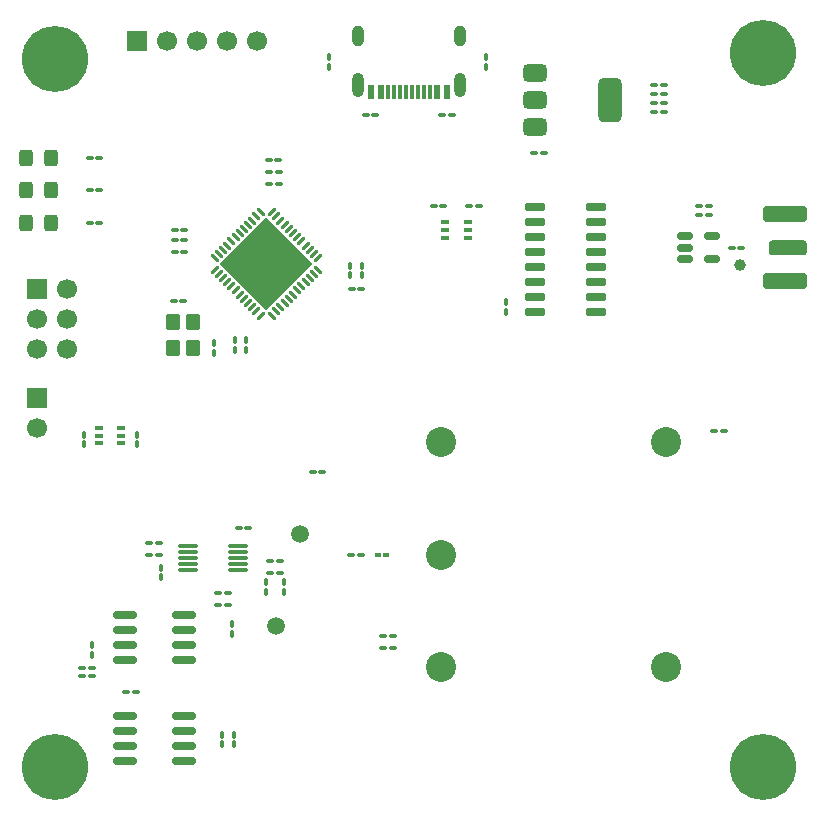
<source format=gbr>
%TF.GenerationSoftware,KiCad,Pcbnew,9.0.4*%
%TF.CreationDate,2025-10-02T19:52:11+02:00*%
%TF.ProjectId,gpsdo,67707364-6f2e-46b6-9963-61645f706362,rev?*%
%TF.SameCoordinates,Original*%
%TF.FileFunction,Soldermask,Top*%
%TF.FilePolarity,Negative*%
%FSLAX46Y46*%
G04 Gerber Fmt 4.6, Leading zero omitted, Abs format (unit mm)*
G04 Created by KiCad (PCBNEW 9.0.4) date 2025-10-02 19:52:11*
%MOMM*%
%LPD*%
G01*
G04 APERTURE LIST*
G04 Aperture macros list*
%AMRoundRect*
0 Rectangle with rounded corners*
0 $1 Rounding radius*
0 $2 $3 $4 $5 $6 $7 $8 $9 X,Y pos of 4 corners*
0 Add a 4 corners polygon primitive as box body*
4,1,4,$2,$3,$4,$5,$6,$7,$8,$9,$2,$3,0*
0 Add four circle primitives for the rounded corners*
1,1,$1+$1,$2,$3*
1,1,$1+$1,$4,$5*
1,1,$1+$1,$6,$7*
1,1,$1+$1,$8,$9*
0 Add four rect primitives between the rounded corners*
20,1,$1+$1,$2,$3,$4,$5,0*
20,1,$1+$1,$4,$5,$6,$7,0*
20,1,$1+$1,$6,$7,$8,$9,0*
20,1,$1+$1,$8,$9,$2,$3,0*%
%AMRotRect*
0 Rectangle, with rotation*
0 The origin of the aperture is its center*
0 $1 length*
0 $2 width*
0 $3 Rotation angle, in degrees counterclockwise*
0 Add horizontal line*
21,1,$1,$2,0,0,$3*%
G04 Aperture macros list end*
%ADD10R,1.700000X1.700000*%
%ADD11C,1.700000*%
%ADD12RoundRect,0.100000X-0.225000X-0.100000X0.225000X-0.100000X0.225000X0.100000X-0.225000X0.100000X0*%
%ADD13RoundRect,0.100000X0.217500X0.100000X-0.217500X0.100000X-0.217500X-0.100000X0.217500X-0.100000X0*%
%ADD14RoundRect,0.100000X-0.217500X-0.100000X0.217500X-0.100000X0.217500X0.100000X-0.217500X0.100000X0*%
%ADD15RoundRect,0.100000X0.225000X0.100000X-0.225000X0.100000X-0.225000X-0.100000X0.225000X-0.100000X0*%
%ADD16RoundRect,0.100000X0.100000X-0.217500X0.100000X0.217500X-0.100000X0.217500X-0.100000X-0.217500X0*%
%ADD17RoundRect,0.150000X0.725000X0.150000X-0.725000X0.150000X-0.725000X-0.150000X0.725000X-0.150000X0*%
%ADD18RoundRect,0.250000X0.325000X0.450000X-0.325000X0.450000X-0.325000X-0.450000X0.325000X-0.450000X0*%
%ADD19RoundRect,0.150000X-0.825000X-0.150000X0.825000X-0.150000X0.825000X0.150000X-0.825000X0.150000X0*%
%ADD20C,5.600000*%
%ADD21C,3.600000*%
%ADD22RoundRect,0.100000X-0.100000X0.217500X-0.100000X-0.217500X0.100000X-0.217500X0.100000X0.217500X0*%
%ADD23C,1.500000*%
%ADD24RoundRect,0.250000X-0.350000X0.450000X-0.350000X-0.450000X0.350000X-0.450000X0.350000X0.450000X0*%
%ADD25RoundRect,0.250000X1.600000X-0.425000X1.600000X0.425000X-1.600000X0.425000X-1.600000X-0.425000X0*%
%ADD26RoundRect,0.250000X1.350000X-0.385000X1.350000X0.385000X-1.350000X0.385000X-1.350000X-0.385000X0*%
%ADD27RotRect,5.600000X5.600000X45.000000*%
%ADD28RoundRect,0.062500X0.220971X-0.309359X0.309359X-0.220971X-0.220971X0.309359X-0.309359X0.220971X0*%
%ADD29RoundRect,0.062500X-0.220971X-0.309359X0.309359X0.220971X0.220971X0.309359X-0.309359X-0.220971X0*%
%ADD30RoundRect,0.375000X-0.625000X-0.375000X0.625000X-0.375000X0.625000X0.375000X-0.625000X0.375000X0*%
%ADD31RoundRect,0.500000X-0.500000X-1.400000X0.500000X-1.400000X0.500000X1.400000X-0.500000X1.400000X0*%
%ADD32RoundRect,0.150000X-0.512500X-0.150000X0.512500X-0.150000X0.512500X0.150000X-0.512500X0.150000X0*%
%ADD33O,1.000000X1.800000*%
%ADD34O,1.000000X2.100000*%
%ADD35R,0.600000X1.240000*%
%ADD36R,0.300000X1.240000*%
%ADD37RoundRect,0.087500X0.725000X0.087500X-0.725000X0.087500X-0.725000X-0.087500X0.725000X-0.087500X0*%
%ADD38RoundRect,0.075000X-0.212500X-0.075000X0.212500X-0.075000X0.212500X0.075000X-0.212500X0.075000X0*%
%ADD39RoundRect,0.150000X0.825000X0.150000X-0.825000X0.150000X-0.825000X-0.150000X0.825000X-0.150000X0*%
%ADD40C,1.000000*%
%ADD41C,2.540000*%
G04 APERTURE END LIST*
D10*
%TO.C,J7*%
X119750000Y-68250000D03*
D11*
X122290000Y-68250000D03*
X124830000Y-68250000D03*
X127370000Y-68250000D03*
X129910000Y-68250000D03*
%TD*%
D12*
%TO.C,U1*%
X147742500Y-83600000D03*
X147742500Y-84250000D03*
X147742500Y-84900000D03*
X145842500Y-84900000D03*
X145842500Y-84250000D03*
X145842500Y-83600000D03*
%TD*%
D13*
%TO.C,C39*%
X145657500Y-82250000D03*
X144842500Y-82250000D03*
%TD*%
D14*
%TO.C,C38*%
X147842500Y-82250000D03*
X148657500Y-82250000D03*
%TD*%
D15*
%TO.C,U2*%
X118400000Y-102300000D03*
X118400000Y-101650000D03*
X118400000Y-101000000D03*
X116500000Y-101000000D03*
X116500000Y-101650000D03*
X116500000Y-102300000D03*
%TD*%
D16*
%TO.C,C40*%
X119750000Y-102407500D03*
X119750000Y-101592500D03*
%TD*%
%TO.C,C2*%
X115250000Y-102407500D03*
X115250000Y-101592500D03*
%TD*%
D17*
%TO.C,U8*%
X153425000Y-91195000D03*
X153425000Y-89925000D03*
X153425000Y-88655000D03*
X153425000Y-87385000D03*
X153425000Y-86115000D03*
X153425000Y-84845000D03*
X153425000Y-83575000D03*
X153425000Y-82305000D03*
X158575000Y-82305000D03*
X158575000Y-83575000D03*
X158575000Y-84845000D03*
X158575000Y-86115000D03*
X158575000Y-87385000D03*
X158575000Y-88655000D03*
X158575000Y-89925000D03*
X158575000Y-91195000D03*
%TD*%
D18*
%TO.C,D3*%
X110375000Y-78150000D03*
X112425000Y-78150000D03*
%TD*%
D19*
%TO.C,U5*%
X123682500Y-116862500D03*
X123682500Y-118132500D03*
X123682500Y-119402500D03*
X123682500Y-120672500D03*
X118732500Y-120672500D03*
X118732500Y-119402500D03*
X118732500Y-118132500D03*
X118732500Y-116862500D03*
%TD*%
D20*
%TO.C,REF\u002A\u002A*%
X112750000Y-69750000D03*
D21*
X112750000Y-69750000D03*
%TD*%
D14*
%TO.C,R1*%
X131840000Y-112250000D03*
X131025000Y-112250000D03*
%TD*%
%TO.C,C18*%
X138725000Y-89250000D03*
X137910000Y-89250000D03*
%TD*%
D13*
%TO.C,R18*%
X170092500Y-85750000D03*
X170907500Y-85750000D03*
%TD*%
%TO.C,C4*%
X140600000Y-119650000D03*
X141415000Y-119650000D03*
%TD*%
D11*
%TO.C,J1*%
X111250000Y-101015000D03*
D10*
X111250000Y-98475000D03*
%TD*%
D13*
%TO.C,C32*%
X134592500Y-104750000D03*
X135407500Y-104750000D03*
%TD*%
D14*
%TO.C,C5*%
X169407500Y-101250000D03*
X168592500Y-101250000D03*
%TD*%
D16*
%TO.C,R16*%
X136000000Y-69592500D03*
X136000000Y-70407500D03*
%TD*%
D22*
%TO.C,C21*%
X137750000Y-88090000D03*
X137750000Y-87275000D03*
%TD*%
D13*
%TO.C,R13*%
X115742500Y-80900000D03*
X116557500Y-80900000D03*
%TD*%
D23*
%TO.C,TP3*%
X131500000Y-117750000D03*
%TD*%
D14*
%TO.C,C31*%
X164315000Y-73500000D03*
X163500000Y-73500000D03*
%TD*%
D24*
%TO.C,X1*%
X124450000Y-92015000D03*
X124450000Y-94215000D03*
X122750000Y-94215000D03*
X122750000Y-92015000D03*
%TD*%
D25*
%TO.C,J5*%
X174587500Y-88575000D03*
X174587500Y-82925000D03*
D26*
X174837500Y-85750000D03*
%TD*%
D14*
%TO.C,C12*%
X119615000Y-123387500D03*
X118800000Y-123387500D03*
%TD*%
D27*
%TO.C,U6*%
X130687500Y-87115000D03*
D28*
X126312277Y-86628864D03*
X126665830Y-86275311D03*
X127019384Y-85921757D03*
X127372937Y-85568204D03*
X127726490Y-85214651D03*
X128080044Y-84861097D03*
X128433597Y-84507544D03*
X128787151Y-84153990D03*
X129140704Y-83800437D03*
X129494257Y-83446884D03*
X129847811Y-83093330D03*
X130201364Y-82739777D03*
D29*
X131173636Y-82739777D03*
X131527189Y-83093330D03*
X131880743Y-83446884D03*
X132234296Y-83800437D03*
X132587849Y-84153990D03*
X132941403Y-84507544D03*
X133294956Y-84861097D03*
X133648510Y-85214651D03*
X134002063Y-85568204D03*
X134355616Y-85921757D03*
X134709170Y-86275311D03*
X135062723Y-86628864D03*
D28*
X135062723Y-87601136D03*
X134709170Y-87954689D03*
X134355616Y-88308243D03*
X134002063Y-88661796D03*
X133648510Y-89015349D03*
X133294956Y-89368903D03*
X132941403Y-89722456D03*
X132587849Y-90076010D03*
X132234296Y-90429563D03*
X131880743Y-90783116D03*
X131527189Y-91136670D03*
X131173636Y-91490223D03*
D29*
X130201364Y-91490223D03*
X129847811Y-91136670D03*
X129494257Y-90783116D03*
X129140704Y-90429563D03*
X128787151Y-90076010D03*
X128433597Y-89722456D03*
X128080044Y-89368903D03*
X127726490Y-89015349D03*
X127372937Y-88661796D03*
X127019384Y-88308243D03*
X126665830Y-87954689D03*
X126312277Y-87601136D03*
%TD*%
D16*
%TO.C,C15*%
X121750000Y-112842500D03*
X121750000Y-113657500D03*
%TD*%
D14*
%TO.C,C20*%
X131725000Y-80365000D03*
X130910000Y-80365000D03*
%TD*%
D16*
%TO.C,R8*%
X127750000Y-117635000D03*
X127750000Y-118450000D03*
%TD*%
D14*
%TO.C,C11*%
X127432500Y-115021250D03*
X126617500Y-115021250D03*
%TD*%
D13*
%TO.C,C3*%
X140600000Y-118650000D03*
X141415000Y-118650000D03*
%TD*%
D22*
%TO.C,C27*%
X128000000Y-94407500D03*
X128000000Y-93592500D03*
%TD*%
D30*
%TO.C,U7*%
X153450000Y-75550000D03*
D31*
X159750000Y-73250000D03*
D30*
X153450000Y-73250000D03*
X153450000Y-70950000D03*
%TD*%
D18*
%TO.C,D1*%
X110375000Y-83650000D03*
X112425000Y-83650000D03*
%TD*%
D13*
%TO.C,R17*%
X137842500Y-111750000D03*
X138657500Y-111750000D03*
%TD*%
D22*
%TO.C,C7*%
X132182500Y-114907500D03*
X132182500Y-114092500D03*
%TD*%
%TO.C,C17*%
X126250000Y-94657500D03*
X126250000Y-93842500D03*
%TD*%
D13*
%TO.C,R12*%
X115742500Y-83650000D03*
X116557500Y-83650000D03*
%TD*%
D32*
%TO.C,U9*%
X168387500Y-84800000D03*
X168387500Y-86700000D03*
X166112500Y-86700000D03*
X166112500Y-85750000D03*
X166112500Y-84800000D03*
%TD*%
D20*
%TO.C,REF\u002A\u002A*%
X172750000Y-129750000D03*
D21*
X172750000Y-129750000D03*
%TD*%
D16*
%TO.C,C8*%
X126932500Y-126977500D03*
X126932500Y-127792500D03*
%TD*%
D13*
%TO.C,R9*%
X122910000Y-84250000D03*
X123725000Y-84250000D03*
%TD*%
D33*
%TO.C,J3*%
X138430000Y-67800000D03*
D34*
X138430000Y-72000000D03*
D33*
X147070000Y-67800000D03*
D34*
X147070000Y-72000000D03*
D35*
X145950000Y-72600000D03*
X145150000Y-72600000D03*
D36*
X144500000Y-72600000D03*
X143500000Y-72600000D03*
X142000000Y-72600000D03*
X141000000Y-72600000D03*
D35*
X140350000Y-72600000D03*
X139550000Y-72600000D03*
X139550000Y-72600000D03*
X140350000Y-72600000D03*
D36*
X141500000Y-72600000D03*
X142500000Y-72600000D03*
X143000000Y-72600000D03*
X144000000Y-72600000D03*
D35*
X145150000Y-72600000D03*
X145950000Y-72600000D03*
%TD*%
D20*
%TO.C,REF\u002A\u002A*%
X172750000Y-69250000D03*
D21*
X172750000Y-69250000D03*
%TD*%
D13*
%TO.C,R6*%
X120775000Y-110750000D03*
X121590000Y-110750000D03*
%TD*%
%TO.C,C37*%
X167342500Y-83000000D03*
X168157500Y-83000000D03*
%TD*%
D16*
%TO.C,C1*%
X151000000Y-90342500D03*
X151000000Y-91157500D03*
%TD*%
D37*
%TO.C,U4*%
X124070000Y-113000000D03*
X124070000Y-112500000D03*
X124070000Y-112000000D03*
X124070000Y-111500000D03*
X124070000Y-111000000D03*
X128295000Y-111000000D03*
X128295000Y-111500000D03*
X128295000Y-112000000D03*
X128295000Y-112500000D03*
X128295000Y-113000000D03*
%TD*%
D14*
%TO.C,C29*%
X164315000Y-72000000D03*
X163500000Y-72000000D03*
%TD*%
D13*
%TO.C,L1*%
X131025000Y-113250000D03*
X131840000Y-113250000D03*
%TD*%
D16*
%TO.C,C6*%
X127932500Y-126977500D03*
X127932500Y-127792500D03*
%TD*%
D13*
%TO.C,R14*%
X115742500Y-78150000D03*
X116557500Y-78150000D03*
%TD*%
D23*
%TO.C,TP1*%
X133500000Y-110000000D03*
%TD*%
D14*
%TO.C,C28*%
X154157500Y-77750000D03*
X153342500Y-77750000D03*
%TD*%
D22*
%TO.C,C9*%
X130682500Y-114907500D03*
X130682500Y-114092500D03*
%TD*%
D38*
%TO.C,TH1*%
X140837500Y-111750000D03*
X140162500Y-111750000D03*
%TD*%
D14*
%TO.C,C33*%
X164315000Y-74250000D03*
X163500000Y-74250000D03*
%TD*%
D20*
%TO.C,REF\u002A\u002A*%
X112750000Y-129750000D03*
D21*
X112750000Y-129750000D03*
%TD*%
D14*
%TO.C,C10*%
X127432500Y-116021250D03*
X126617500Y-116021250D03*
%TD*%
D13*
%TO.C,C19*%
X122910000Y-85115000D03*
X123725000Y-85115000D03*
%TD*%
D14*
%TO.C,C23*%
X131725000Y-79365000D03*
X130910000Y-79365000D03*
%TD*%
D18*
%TO.C,D2*%
X110375000Y-80900000D03*
X112425000Y-80900000D03*
%TD*%
D16*
%TO.C,R4*%
X115957500Y-119385000D03*
X115957500Y-120200000D03*
%TD*%
D14*
%TO.C,C25*%
X131700000Y-78365000D03*
X130885000Y-78365000D03*
%TD*%
%TO.C,C34*%
X146407500Y-74500000D03*
X145592500Y-74500000D03*
%TD*%
D39*
%TO.C,U3*%
X118732500Y-129197500D03*
X118732500Y-127927500D03*
X118732500Y-126657500D03*
X118732500Y-125387500D03*
X123682500Y-125387500D03*
X123682500Y-126657500D03*
X123682500Y-127927500D03*
X123682500Y-129197500D03*
%TD*%
D13*
%TO.C,C13*%
X115117500Y-121292500D03*
X115932500Y-121292500D03*
%TD*%
%TO.C,C36*%
X167342500Y-82250000D03*
X168157500Y-82250000D03*
%TD*%
%TO.C,C22*%
X122910000Y-86115000D03*
X123725000Y-86115000D03*
%TD*%
D11*
%TO.C,J2*%
X113790000Y-94357500D03*
X111250000Y-94357500D03*
X113790000Y-91817500D03*
X111250000Y-91817500D03*
X113790000Y-89277500D03*
D10*
X111250000Y-89277500D03*
%TD*%
D16*
%TO.C,R15*%
X149250000Y-69592500D03*
X149250000Y-70407500D03*
%TD*%
D22*
%TO.C,C24*%
X138750000Y-88090000D03*
X138750000Y-87275000D03*
%TD*%
D14*
%TO.C,R7*%
X129157500Y-109500000D03*
X128342500Y-109500000D03*
%TD*%
D22*
%TO.C,C26*%
X129000000Y-94407500D03*
X129000000Y-93592500D03*
%TD*%
D13*
%TO.C,R5*%
X120775000Y-111750000D03*
X121590000Y-111750000D03*
%TD*%
D40*
%TO.C,TP2*%
X170750000Y-87250000D03*
%TD*%
D41*
%TO.C,OSC5A2B1*%
X164500000Y-102225000D03*
X164500000Y-121275000D03*
X145450000Y-121275000D03*
X145450000Y-111750000D03*
X145450000Y-102225000D03*
%TD*%
D14*
%TO.C,C30*%
X164315000Y-72750000D03*
X163500000Y-72750000D03*
%TD*%
%TO.C,C16*%
X123657500Y-90250000D03*
X122842500Y-90250000D03*
%TD*%
D13*
%TO.C,C14*%
X115117500Y-122042500D03*
X115932500Y-122042500D03*
%TD*%
%TO.C,C35*%
X139092500Y-74500000D03*
X139907500Y-74500000D03*
%TD*%
M02*

</source>
